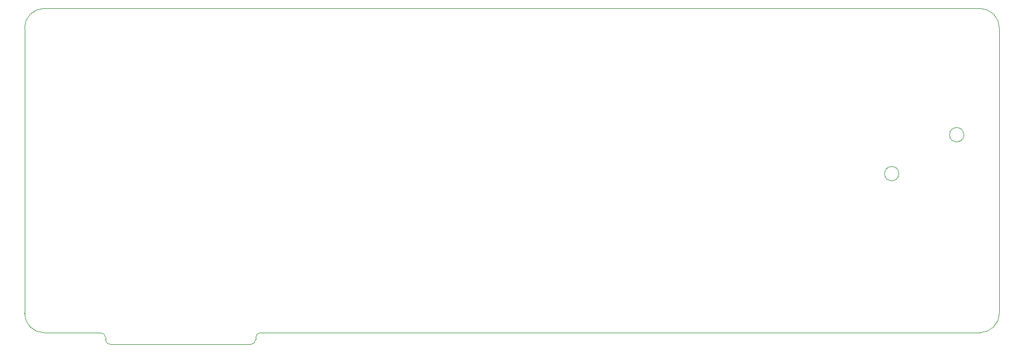
<source format=gm1>
G04 #@! TF.GenerationSoftware,KiCad,Pcbnew,(6.0.1-0)*
G04 #@! TF.CreationDate,2023-03-27T10:59:01-07:00*
G04 #@! TF.ProjectId,daughterboard,64617567-6874-4657-9262-6f6172642e6b,v0.1*
G04 #@! TF.SameCoordinates,Original*
G04 #@! TF.FileFunction,Profile,NP*
%FSLAX46Y46*%
G04 Gerber Fmt 4.6, Leading zero omitted, Abs format (unit mm)*
G04 Created by KiCad (PCBNEW (6.0.1-0)) date 2023-03-27 10:59:01*
%MOMM*%
%LPD*%
G01*
G04 APERTURE LIST*
G04 #@! TA.AperFunction,Profile*
%ADD10C,0.050000*%
G04 #@! TD*
G04 #@! TA.AperFunction,Profile*
%ADD11C,0.120000*%
G04 #@! TD*
G04 APERTURE END LIST*
D10*
X64770000Y-93990000D02*
X64770000Y-49990000D01*
X76454000Y-96990000D02*
X67770000Y-96990000D01*
X67770000Y-46990000D02*
X211770000Y-46990000D01*
X67770000Y-46990000D02*
G75*
G03*
X64770000Y-49990000I1J-3000001D01*
G01*
X99568000Y-98806000D02*
G75*
G03*
X100330000Y-98044000I-1J762001D01*
G01*
X100330000Y-98044000D02*
X100330000Y-97752000D01*
X77978000Y-98806000D02*
X99568000Y-98806000D01*
X211770000Y-96990000D02*
X101092000Y-96990000D01*
X101092000Y-96990000D02*
G75*
G03*
X100330000Y-97752000I1J-762001D01*
G01*
X214770000Y-49990000D02*
G75*
G03*
X211770000Y-46990000I-3000001J-1D01*
G01*
X211770000Y-96990000D02*
G75*
G03*
X214770000Y-93990000I-1J3000001D01*
G01*
X64770000Y-93990000D02*
G75*
G03*
X67770000Y-96990000I3000001J1D01*
G01*
X214770000Y-49990000D02*
X214770000Y-93990000D01*
X77216000Y-98044000D02*
G75*
G03*
X77978000Y-98806000I762001J1D01*
G01*
X77216000Y-97752000D02*
G75*
G03*
X76454000Y-96990000I-762001J-1D01*
G01*
X77216000Y-97752000D02*
X77216000Y-98044000D01*
D11*
X209300000Y-66469000D02*
G75*
G03*
X209300000Y-66469000I-1100000J0D01*
G01*
X199300000Y-72469000D02*
G75*
G03*
X199300000Y-72469000I-1100000J0D01*
G01*
M02*

</source>
